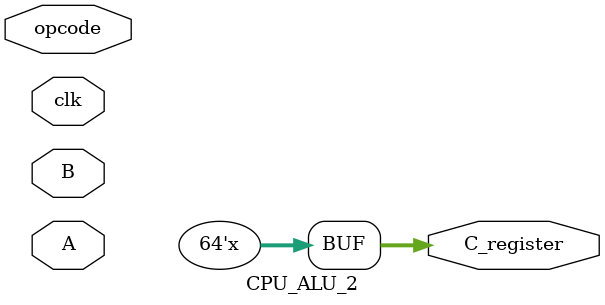
<source format=v>
module CPU_ALU_2(

input clk,
input signed [31:0] A, //input coming from bus
input wire[31:0] B, //temporary register to hold B value. Coming from YData! 
//input wire[31:0] Y, //temporary register to hold A value

input wire [4:0] opcode,

output reg [63:0] C_register
//output reg[31:0] HIGH_ALU_OUTPUT,
//output reg[31:0] LOW_ALU_OUTPUT

);

reg[31:0] RLo, RHi; //results
//reg prod[63:0];

wire [31:0] ror_res, rol_res;
rotate_right ror(ror_res, A, B);
rotate_left rol(rol_res, A, B);



	always @(*) begin
	
        RLo <= 32'h1;
        RHi <= 32'h1;
	
			case(opcode)
			
					5'b00001: begin //Addition 
							RLo <= A + B;
							RHi <= 32'b0;
						end 
					
					5'b00010: begin //Subtraction
						RLo <= A - B;
						RHi <= 32'b0;
						end
						
					5'b00011: begin // Multiplication
						RLo <= A * B;
						RHi <= 32'b0;
						end 
						
					5'b00100: begin //Division
						RLo <= A / B;
						RHi <= 32'b0;
						end
						
					5'b00101: begin //AND
						RLo <= A & B;
						RHi <= 32'b0;
						end
						
					5'b00110: begin //OR
						RLo <= A | B;
						RHi <= 32'b0;
						end
						
					5'b00111: begin //NEG
						RLo <= ~B + 1;
						RHi <= 32'b0;
						end
						
					5'b01000: begin //NOT
						RLo <= ~B;
						RHi <= 32'b0;
						end
						
					5'b01001: begin //SHRA
						RLo <= $signed(A) >>> B;
						RHi <= 32'b0;
						end 
						
					5'b01010: begin //SHL
						RLo <= A << B;
						RHi <= 32'b0;
						end 
						
					5'b01011: begin //SHR
						RLo <= A >>> B;
						RHi <= 32'b0;
						end
						
					5'b01110: begin //ROL
						RLo <= rol_res;
						RHi <= 32'b0;
						end
							
					5'b01111: begin//ROR
						RLo <= ror_res;
						RHi <= 32'b0;
						end 
						
					default: 
						C_register[63:0] = 64'b0;
				endcase
					//RHi <= 32'b1;
					C_register[63:32] = RHi;
					C_register[31:0] = RLo;
		
		end

endmodule

</source>
